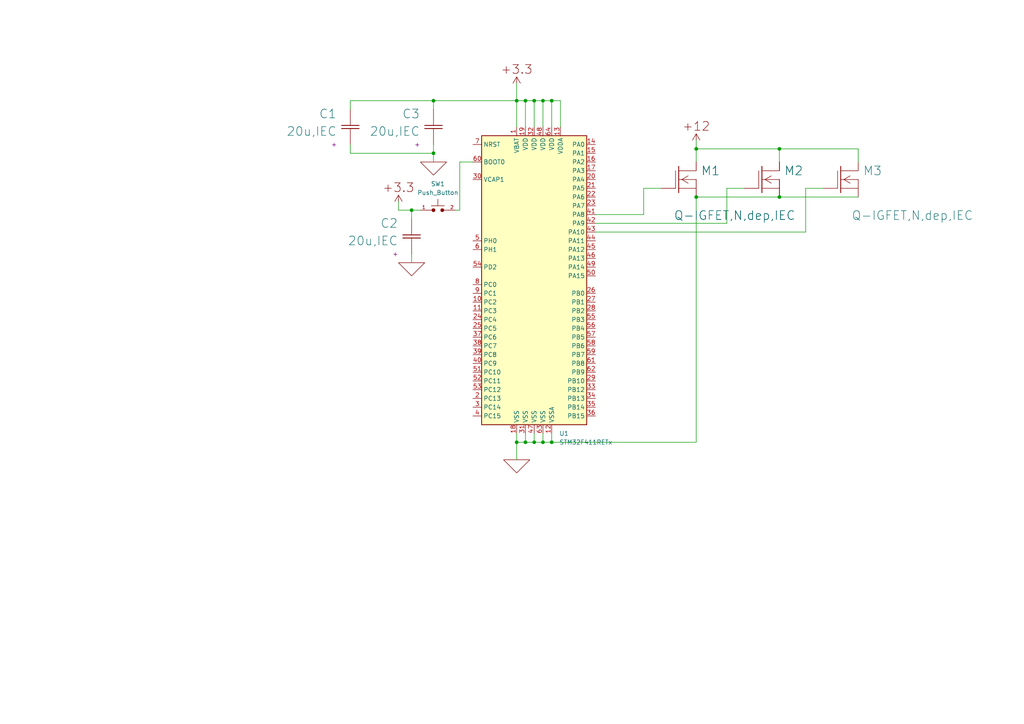
<source format=kicad_sch>
(kicad_sch (version 20231120) (generator "eeschema") (generator_version "8.0")
  (paper "A4")
  (lib_symbols
    (symbol "MCU_ST_STM32F4:STM32F411RETx"
      (property "Reference" "U" (at -15.24 41.91 0))
      (property "Value" "STM32F411RETx" (at 10.16 41.91 0))
      (symbol "STM32F411RETx_0_1"
        (rectangle (start -15.24 -43.18) (end 15.24 40.64) (stroke (width 0.254)) (fill (type background)))
      )
      (symbol "STM32F411RETx_1_1"
        (pin power_in line (at -5.08 43.18 270) (length 2.54) (name "VBAT") (number "1"))
        (pin bidirectional line (at -17.78 -7.62 0) (length 2.54) (name "PC2") (number "10"))
        (pin bidirectional line (at -17.78 -10.16 0) (length 2.54) (name "PC3") (number "11"))
        (pin power_in line (at 5.08 -45.72 90) (length 2.54) (name "VSSA") (number "12"))
        (pin power_in line (at 7.62 43.18 270) (length 2.54) (name "VDDA") (number "13"))
        (pin bidirectional line (at 17.78 38.1 180) (length 2.54) (name "PA0") (number "14"))
        (pin bidirectional line (at 17.78 35.56 180) (length 2.54) (name "PA1") (number "15"))
        (pin bidirectional line (at 17.78 33.02 180) (length 2.54) (name "PA2") (number "16"))
        (pin bidirectional line (at 17.78 30.48 180) (length 2.54) (name "PA3") (number "17"))
        (pin power_in line (at -5.08 -45.72 90) (length 2.54) (name "VSS") (number "18"))
        (pin power_in line (at -2.54 43.18 270) (length 2.54) (name "VDD") (number "19"))
        (pin bidirectional line (at -17.78 -35.56 0) (length 2.54) (name "PC13") (number "2"))
        (pin bidirectional line (at 17.78 27.94 180) (length 2.54) (name "PA4") (number "20"))
        (pin bidirectional line (at 17.78 25.4 180) (length 2.54) (name "PA5") (number "21"))
        (pin bidirectional line (at 17.78 22.86 180) (length 2.54) (name "PA6") (number "22"))
        (pin bidirectional line (at 17.78 20.32 180) (length 2.54) (name "PA7") (number "23"))
        (pin bidirectional line (at -17.78 -12.7 0) (length 2.54) (name "PC4") (number "24"))
        (pin bidirectional line (at -17.78 -15.24 0) (length 2.54) (name "PC5") (number "25"))
        (pin bidirectional line (at 17.78 -5.08 180) (length 2.54) (name "PB0") (number "26"))
        (pin bidirectional line (at 17.78 -7.62 180) (length 2.54) (name "PB1") (number "27"))
        (pin bidirectional line (at 17.78 -10.16 180) (length 2.54) (name "PB2") (number "28"))
        (pin bidirectional line (at 17.78 -30.48 180) (length 2.54) (name "PB10") (number "29"))
        (pin bidirectional line (at -17.78 -38.1 0) (length 2.54) (name "PC14") (number "3"))
        (pin power_in line (at -17.78 27.94 0) (length 2.54) (name "VCAP1") (number "30"))
        (pin power_in line (at -2.54 -45.72 90) (length 2.54) (name "VSS") (number "31"))
        (pin power_in line (at 0 43.18 270) (length 2.54) (name "VDD") (number "32"))
        (pin bidirectional line (at 17.78 -33.02 180) (length 2.54) (name "PB12") (number "33"))
        (pin bidirectional line (at 17.78 -35.56 180) (length 2.54) (name "PB13") (number "34"))
        (pin bidirectional line (at 17.78 -38.1 180) (length 2.54) (name "PB14") (number "35"))
        (pin bidirectional line (at 17.78 -40.64 180) (length 2.54) (name "PB15") (number "36"))
        (pin bidirectional line (at -17.78 -17.78 0) (length 2.54) (name "PC6") (number "37"))
        (pin bidirectional line (at -17.78 -20.32 0) (length 2.54) (name "PC7") (number "38"))
        (pin bidirectional line (at -17.78 -22.86 0) (length 2.54) (name "PC8") (number "39"))
        (pin bidirectional line (at -17.78 -40.64 0) (length 2.54) (name "PC15") (number "4"))
        (pin bidirectional line (at -17.78 -25.4 0) (length 2.54) (name "PC9") (number "40"))
        (pin bidirectional line (at 17.78 17.78 180) (length 2.54) (name "PA8") (number "41"))
        (pin bidirectional line (at 17.78 15.24 180) (length 2.54) (name "PA9") (number "42"))
        (pin bidirectional line (at 17.78 12.7 180) (length 2.54) (name "PA10") (number "43"))
        (pin bidirectional line (at 17.78 10.16 180) (length 2.54) (name "PA11") (number "44"))
        (pin bidirectional line (at 17.78 7.62 180) (length 2.54) (name "PA12") (number "45"))
        (pin bidirectional line (at 17.78 5.08 180) (length 2.54) (name "PA13") (number "46"))
        (pin power_in line (at 0 -45.72 90) (length 2.54) (name "VSS") (number "47"))
        (pin power_in line (at 2.54 43.18 270) (length 2.54) (name "VDD") (number "48"))
        (pin bidirectional line (at 17.78 2.54 180) (length 2.54) (name "PA14") (number "49"))
        (pin input line (at -17.78 10.16 0) (length 2.54) (name "PH0") (number "5"))
        (pin bidirectional line (at 17.78 0 180) (length 2.54) (name "PA15") (number "50"))
        (pin bidirectional line (at -17.78 -27.94 0) (length 2.54) (name "PC10") (number "51"))
        (pin bidirectional line (at -17.78 -30.48 0) (length 2.54) (name "PC11") (number "52"))
        (pin bidirectional line (at -17.78 -33.02 0) (length 2.54) (name "PC12") (number "53"))
        (pin bidirectional line (at -17.78 2.54 0) (length 2.54) (name "PD2") (number "54"))
        (pin bidirectional line (at 17.78 -12.7 180) (length 2.54) (name "PB3") (number "55"))
        (pin bidirectional line (at 17.78 -15.24 180) (length 2.54) (name "PB4") (number "56"))
        (pin bidirectional line (at 17.78 -17.78 180) (length 2.54) (name "PB5") (number "57"))
        (pin bidirectional line (at 17.78 -20.32 180) (length 2.54) (name "PB6") (number "58"))
        (pin bidirectional line (at 17.78 -22.86 180) (length 2.54) (name "PB7") (number "59"))
        (pin input line (at -17.78 7.62 0) (length 2.54) (name "PH1") (number "6"))
        (pin input line (at -17.78 33.02 0) (length 2.54) (name "BOOT0") (number "60"))
        (pin bidirectional line (at 17.78 -25.4 180) (length 2.54) (name "PB8") (number "61"))
        (pin bidirectional line (at 17.78 -27.94 180) (length 2.54) (name "PB9") (number "62"))
        (pin power_in line (at 2.54 -45.72 90) (length 2.54) (name "VSS") (number "63"))
        (pin power_in line (at 5.08 43.18 270) (length 2.54) (name "VDD") (number "64"))
        (pin input line (at -17.78 38.1 0) (length 2.54) (name "NRST") (number "7"))
        (pin bidirectional line (at -17.78 -2.54 0) (length 2.54) (name "PC0") (number "8"))
        (pin bidirectional line (at -17.78 -5.08 0) (length 2.54) (name "PC1") (number "9"))
      )
    )
    (symbol "PCM_Generic:C,IEC" (pin_numbers hide) (pin_names (offset 0) hide)
      (property "Reference" "C" (at 2.54 2.54 0))
      (property "Value" "C,IEC" (at 2.54 -2.54 0))
      (property "Indicator" "+" (at -2.54 2.54 0))
      (symbol "C,IEC_1_1"
        (polyline (pts (xy -2.54 -0.4572) (xy 2.54 -0.4572)) (stroke (width 0.254)))
        (polyline (pts (xy -2.54 0.4572) (xy 2.54 0.4572)) (stroke (width 0.254)))
        (pin passive line (at 0 5.08 270) (length 4.6228) (name "+") (number "1"))
        (pin passive line (at 0 -5.08 90) (length 4.6228) (name "-") (number "2"))
      )
    )
    (symbol "PCM_Generic:P,+12" (power) (pin_numbers hide) (pin_names (offset 1.27) hide)
      (symbol "P,+12_1_1"
        (polyline (pts (xy 0 0) (xy 0 1.8288)))
        (polyline (pts (xy -1.0668 0) (xy 0 1.8288) (xy 1.0668 0)))
        (text "+12" (at 0 2.54 0) (effects (font (size 2.54 2.54)) (justify bottom)))
        (pin power_in line (at 0 0 0) (length 0) hide (name "+10") (number "0"))
      )
    )
    (symbol "PCM_Generic:P,+3.3" (power) (pin_numbers hide) (pin_names (offset 1.27) hide)
      (symbol "P,+3.3_1_1"
        (polyline (pts (xy 0 0) (xy 0 1.8288)))
        (polyline (pts (xy -1.0668 0) (xy 0 1.8288) (xy 1.0668 0)))
        (text "+3.3" (at 0 2.54 0) (effects (font (size 2.54 2.54)) (justify bottom)))
        (pin power_in line (at 0 0 0) (length 0) hide (name "+3.3") (number "0"))
      )
    )
    (symbol "PCM_Generic:P,GND" (power) (pin_numbers hide) (pin_names (offset 3.81))
      (symbol "P,GND_1_1"
        (polyline (pts (xy 0 -3.81) (xy 3.81 0) (xy -3.81 0) (xy 0 -3.81)))
        (pin power_in line (at 0 0 0) (length 0) hide (name "GND") (number "0"))
      )
    )
    (symbol "PCM_Generic:Q-IGFET,N,dep,IEC" (pin_numbers hide) (pin_names (offset 0) hide)
      (property "Reference" "M" (at 7.62 2.54 0))
      (property "Value" "Q-IGFET,N,dep,IEC" (at 7.62 -2.54 0))
      (symbol "Q-IGFET,N,dep,IEC_1_1"
        (polyline (pts (xy -0.9144 2.54) (xy -0.9144 -2.54)))
        (polyline (pts (xy 0 3.81) (xy 0 -3.81)) (stroke (width 0.254)))
        (polyline (pts (xy 5.08 -2.54) (xy 0 -2.54)))
        (polyline (pts (xy 5.08 0) (xy 0 0)))
        (polyline (pts (xy 5.08 2.54) (xy 0 2.54)))
        (polyline (pts (xy 2.7432 1.0668) (xy 0.9144 0) (xy 2.7432 -1.0668)))
        (pin passive line (at 5.08 5.08 270) (length 2.54) (name "D") (number "1"))
        (pin passive line (at -5.08 -2.54 0) (length 4.1656) (name "G") (number "2"))
        (pin passive line (at 5.08 -5.08 90) (length 5.08) (name "S") (number "3"))
      )
    )
    (symbol "PCM_SL_Devices:Push_Button"
      (property "Reference" "SW" (at 0 6.35 0))
      (property "Value" "Push_Button" (at 0 4.445 0))
      (symbol "Push_Button_0_1"
        (circle (center -1.27 0) (radius 0.4579) (fill (type outline)))
        (polyline (pts (xy -3.175 0) (xy -1.778 0)))
        (polyline (pts (xy -1.905 1.27) (xy 1.905 1.27)))
        (polyline (pts (xy 0 1.27) (xy 0 3.175)))
        (polyline (pts (xy 1.778 0) (xy 3.175 0)))
        (circle (center 1.27 0) (radius 0.4579) (fill (type outline)))
      )
      (symbol "Push_Button_1_1"
        (pin passive line (at -5.08 0 0) (length 2) (name "") (number "1"))
        (pin passive line (at 5.08 0 180) (length 2) (name "") (number "2"))
      )
    )
  )
  (junction (at 226.06 57.15))
  (junction (at 226.06 43.18))
  (junction (at 125.73 44.45))
  (junction (at 160.02 128.27))
  (junction (at 201.93 43.18))
  (junction (at 119.38 60.96))
  (junction (at 152.4 29.21))
  (junction (at 201.93 57.15))
  (junction (at 157.48 29.21))
  (junction (at 160.02 29.21))
  (junction (at 149.86 128.27))
  (junction (at 154.94 29.21))
  (junction (at 152.4 128.27))
  (junction (at 125.73 29.21))
  (junction (at 149.86 29.21))
  (junction (at 154.94 128.27))
  (junction (at 157.48 128.27))
  (wire (pts (xy 154.94 29.21) (xy 152.4 29.21)))
  (wire (pts (xy 121.92 60.96) (xy 119.38 60.96)))
  (wire (pts (xy 201.93 57.15) (xy 201.93 128.27)))
  (wire (pts (xy 233.68 67.31) (xy 233.68 54.61)))
  (wire (pts (xy 101.6 41.91) (xy 101.6 44.45)))
  (wire (pts (xy 226.06 43.18) (xy 248.92 43.18)))
  (wire (pts (xy 125.73 44.45) (xy 125.73 46.99)))
  (wire (pts (xy 172.72 64.77) (xy 210.82 64.77)))
  (wire (pts (xy 101.6 31.75) (xy 101.6 29.21)))
  (wire (pts (xy 186.69 54.61) (xy 191.77 54.61)))
  (wire (pts (xy 125.73 41.91) (xy 125.73 44.45)))
  (wire (pts (xy 101.6 44.45) (xy 125.73 44.45)))
  (wire (pts (xy 172.72 67.31) (xy 233.68 67.31)))
  (wire (pts (xy 149.86 128.27) (xy 149.86 133.35)))
  (wire (pts (xy 125.73 29.21) (xy 149.86 29.21)))
  (wire (pts (xy 132.08 60.96) (xy 133.35 60.96)))
  (wire (pts (xy 160.02 36.83) (xy 160.02 29.21)))
  (wire (pts (xy 157.48 128.27) (xy 154.94 128.27)))
  (wire (pts (xy 186.69 62.23) (xy 186.69 54.61)))
  (wire (pts (xy 152.4 29.21) (xy 149.86 29.21)))
  (wire (pts (xy 201.93 43.18) (xy 226.06 43.18)))
  (wire (pts (xy 115.57 60.96) (xy 115.57 58.42)))
  (wire (pts (xy 133.35 60.96) (xy 133.35 46.99)))
  (wire (pts (xy 119.38 73.66) (xy 119.38 76.2)))
  (wire (pts (xy 226.06 43.18) (xy 226.06 46.99)))
  (wire (pts (xy 157.48 125.73) (xy 157.48 128.27)))
  (wire (pts (xy 125.73 31.75) (xy 125.73 29.21)))
  (wire (pts (xy 233.68 54.61) (xy 238.76 54.61)))
  (wire (pts (xy 210.82 64.77) (xy 210.82 54.61)))
  (wire (pts (xy 162.56 29.21) (xy 162.56 36.83)))
  (wire (pts (xy 157.48 29.21) (xy 154.94 29.21)))
  (wire (pts (xy 119.38 60.96) (xy 115.57 60.96)))
  (wire (pts (xy 149.86 24.13) (xy 149.86 29.21)))
  (wire (pts (xy 152.4 36.83) (xy 152.4 29.21)))
  (wire (pts (xy 160.02 29.21) (xy 157.48 29.21)))
  (wire (pts (xy 160.02 29.21) (xy 162.56 29.21)))
  (wire (pts (xy 201.93 43.18) (xy 201.93 46.99)))
  (wire (pts (xy 201.93 128.27) (xy 160.02 128.27)))
  (wire (pts (xy 201.93 57.15) (xy 226.06 57.15)))
  (wire (pts (xy 172.72 62.23) (xy 186.69 62.23)))
  (wire (pts (xy 152.4 125.73) (xy 152.4 128.27)))
  (wire (pts (xy 226.06 57.15) (xy 248.92 57.15)))
  (wire (pts (xy 154.94 125.73) (xy 154.94 128.27)))
  (wire (pts (xy 160.02 128.27) (xy 157.48 128.27)))
  (wire (pts (xy 201.93 40.64) (xy 201.93 43.18)))
  (wire (pts (xy 248.92 43.18) (xy 248.92 46.99)))
  (wire (pts (xy 210.82 54.61) (xy 215.9 54.61)))
  (wire (pts (xy 152.4 128.27) (xy 149.86 128.27)))
  (wire (pts (xy 119.38 60.96) (xy 119.38 63.5)))
  (wire (pts (xy 149.86 125.73) (xy 149.86 128.27)))
  (wire (pts (xy 149.86 29.21) (xy 149.86 36.83)))
  (wire (pts (xy 160.02 125.73) (xy 160.02 128.27)))
  (wire (pts (xy 157.48 36.83) (xy 157.48 29.21)))
  (wire (pts (xy 154.94 36.83) (xy 154.94 29.21)))
  (wire (pts (xy 154.94 128.27) (xy 152.4 128.27)))
  (wire (pts (xy 133.35 46.99) (xy 137.16 46.99)))
  (wire (pts (xy 101.6 29.21) (xy 125.73 29.21)))
  (symbol (lib_id "PCM_Generic:P,GND") (at 119.38 76.2 0) (unit 1)
    (property "Reference" "#PWR05" (effects (hide yes)))
    (property "Value" "P,GND" (effects (hide yes)))
    (property "Description" "compatibility ground/earth; protective (equipotential) bonding (PB); equipotentiality" (effects (hide yes)))
  )
  (symbol (lib_id "PCM_Generic:P,+3.3") (at 149.86 24.13 0) (unit 1)
    (property "Reference" "#PWR01" (effects (hide yes)))
    (property "Value" "P,+3.3" (effects (hide yes)))
    (property "Description" "+3.3 positive potential/voltage (global DC power supply node)" (effects (hide yes)))
  )
  (symbol (lib_id "PCM_Generic:P,+12") (at 201.93 40.64 0) (unit 1)
    (property "Reference" "#PWR06" (effects (hide yes)))
    (property "Value" "P,+12" (effects (hide yes)))
    (property "Description" "+12 positive potential/voltage (global DC power supply node)" (effects (hide yes)))
  )
  (symbol (lib_id "PCM_Generic:Q-IGFET,N,dep,IEC") (at 220.98 52.07 0) (unit 1)
    (property "Reference" "M2" (at 227.33 49.5299 0) (effects (font (size 2.54 2.54)) (justify left)))
    (property "Value" "Q-IGFET,N,dep,IEC" (effects (hide yes)))
    (property "Footprint" "Package_DirectFET:DirectFET_SB" (effects (hide yes)))
    (property "Description" "insulated-gate field-effect transistor (IGFET): N-channel depletion-type (substrate internally connected to source) (IEC)" (effects (hide yes)))
  )
  (symbol (lib_id "PCM_Generic:Q-IGFET,N,dep,IEC") (at 196.85 52.07 0) (unit 1)
    (property "Reference" "M1" (at 203.2 49.5299 0) (effects (font (size 2.54 2.54)) (justify left)))
    (property "Value" "Q-IGFET,N,dep,IEC" (at 195.326 62.484 0) (effects (font (size 2.54 2.54)) (justify left)))
    (property "Footprint" "Package_DirectFET:DirectFET_SB" (effects (hide yes)))
    (property "Description" "insulated-gate field-effect transistor (IGFET): N-channel depletion-type (substrate internally connected to source) (IEC)" (effects (hide yes)))
  )
  (symbol (lib_id "PCM_SL_Devices:Push_Button") (at 127 60.96 0) (unit 1)
    (property "Reference" "SW1" (at 127 53.34 0))
    (property "Value" "Push_Button" (at 127 55.88 0))
    (property "Footprint" "Button_Switch_THT:SW_PUSH_6mm" (effects (hide yes)))
    (property "Description" "Common 6mmx6mm Push Button" (effects (hide yes)))
  )
  (symbol (lib_id "PCM_Generic:C,IEC") (at 101.6 36.83 0) (unit 1)
    (property "Reference" "C1" (at 97.79 33.0199 0) (effects (font (size 2.54 2.54)) (justify right)))
    (property "Value" "20u,IEC" (at 97.79 38.0999 0) (effects (font (size 2.54 2.54)) (justify right)))
    (property "Footprint" "Capacitor_SMD:CP_Elec_8x5.4" (effects (hide yes)))
    (property "Description" "capacitor, non-polarized/polar(ized)/bipolar (IEC)" (effects (hide yes)))
    (property "Indicator" "+" (at 97.79 41.9099 0) (effects (justify right)))
  )
  (symbol (lib_id "PCM_Generic:Q-IGFET,N,dep,IEC") (at 243.84 52.07 0) (unit 1)
    (property "Reference" "M3" (at 250.19 49.5299 0) (effects (font (size 2.54 2.54)) (justify left)))
    (property "Value" "Q-IGFET,N,dep,IEC" (at 246.888 62.484 0) (effects (font (size 2.54 2.54)) (justify left)))
    (property "Footprint" "Package_DirectFET:DirectFET_SB" (effects (hide yes)))
    (property "Description" "insulated-gate field-effect transistor (IGFET): N-channel depletion-type (substrate internally connected to source) (IEC)" (effects (hide yes)))
  )
  (symbol (lib_id "MCU_ST_STM32F4:STM32F411RETx") (at 154.94 80.01 0) (unit 1)
    (property "Reference" "U1" (at 162.2141 125.73 0) (effects (justify left)))
    (property "Value" "STM32F411RETx" (at 162.2141 128.27 0) (effects (justify left)))
    (property "Footprint" "Package_QFP:LQFP-64_10x10mm_P0.5mm" (effects (hide yes)))
    (property "Datasheet" "http://www.st.com/st-web-ui/static/active/en/resource/technical/document/datasheet/DM00115249.pdf" (effects (hide yes)))
    (property "Description" "ARM Cortex-M4 MCU, 512KB flash, 128KB RAM, 100MHz, 1.7-3.6V, 50 GPIO, LQFP-64" (effects (hide yes)))
  )
  (symbol (lib_id "PCM_Generic:C,IEC") (at 125.73 36.83 0) (unit 1)
    (property "Reference" "C3" (at 121.92 33.0199 0) (effects (font (size 2.54 2.54)) (justify right)))
    (property "Value" "20u,IEC" (at 121.92 38.0999 0) (effects (font (size 2.54 2.54)) (justify right)))
    (property "Footprint" "Capacitor_SMD:CP_Elec_8x5.4" (effects (hide yes)))
    (property "Description" "capacitor, non-polarized/polar(ized)/bipolar (IEC)" (effects (hide yes)))
    (property "Indicator" "+" (at 121.92 41.9099 0) (effects (justify right)))
  )
  (symbol (lib_id "PCM_Generic:P,+3.3") (at 115.57 58.42 0) (unit 1)
    (property "Reference" "#PWR04" (effects (hide yes)))
    (property "Value" "P,+3.3" (effects (hide yes)))
    (property "Description" "+3.3 positive potential/voltage (global DC power supply node)" (effects (hide yes)))
  )
  (symbol (lib_id "PCM_Generic:P,GND") (at 125.73 46.99 0) (unit 1)
    (property "Reference" "#PWR02" (effects (hide yes)))
    (property "Value" "P,GND" (effects (hide yes)))
    (property "Description" "compatibility ground/earth; protective (equipotential) bonding (PB); equipotentiality" (effects (hide yes)))
  )
  (symbol (lib_id "PCM_Generic:P,GND") (at 149.86 133.35 0) (unit 1)
    (property "Reference" "#PWR03" (effects (hide yes)))
    (property "Value" "P,GND" (effects (hide yes)))
    (property "Description" "compatibility ground/earth; protective (equipotential) bonding (PB); equipotentiality" (effects (hide yes)))
  )
  (symbol (lib_id "PCM_Generic:C,IEC") (at 119.38 68.58 0) (unit 1)
    (property "Reference" "C2" (at 115.57 64.7699 0) (effects (font (size 2.54 2.54)) (justify right)))
    (property "Value" "20u,IEC" (at 115.57 69.8499 0) (effects (font (size 2.54 2.54)) (justify right)))
    (property "Footprint" "Capacitor_SMD:CP_Elec_3x5.3" (effects (hide yes)))
    (property "Description" "capacitor, non-polarized/polar(ized)/bipolar (IEC)" (effects (hide yes)))
    (property "Indicator" "+" (at 115.57 73.6599 0) (effects (justify right)))
  )
)
</source>
